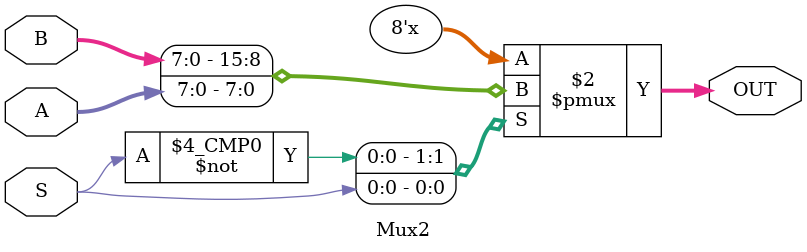
<source format=v>
module Mux2(
	input [7:0] A,
	input [7:0] B, 
	input S,
	
	output reg [7:0] OUT
);

always @(*)
	begin 
		case (S)
		
		1'b0: 
			OUT = B;
		
		1'b1: 
			OUT = A;
		
		default:
			OUT = 8'Bxxxxxxxx;
		endcase
		
	end

endmodule

</source>
